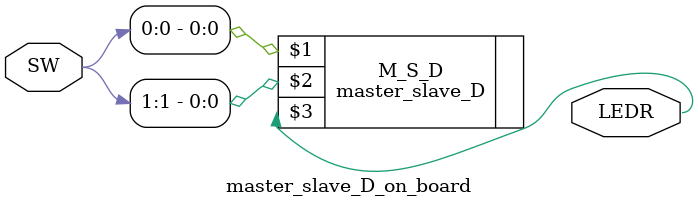
<source format=v>
module master_slave_D_on_board(input [1:0] SW, 
				output [0:0] LEDR);
				
		master_slave_D M_S_D(SW[0], SW[1], LEDR[0]);
		
endmodule

</source>
